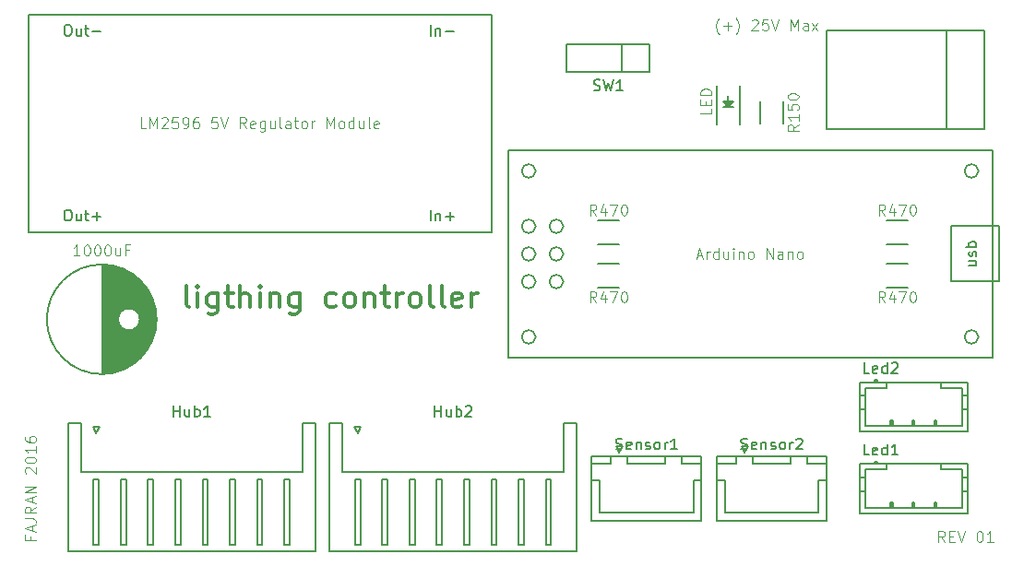
<source format=gbr>
G04 #@! TF.FileFunction,Legend,Top*
%FSLAX46Y46*%
G04 Gerber Fmt 4.6, Leading zero omitted, Abs format (unit mm)*
G04 Created by KiCad (PCBNEW 4.0.3+e1-6302~38~ubuntu15.04.1-stable) date Wed Oct  5 22:25:40 2016*
%MOMM*%
%LPD*%
G01*
G04 APERTURE LIST*
%ADD10C,0.100000*%
%ADD11C,0.300000*%
%ADD12C,0.150000*%
G04 APERTURE END LIST*
D10*
X95166667Y-33833333D02*
X95119047Y-33785714D01*
X95023809Y-33642857D01*
X94976190Y-33547619D01*
X94928571Y-33404762D01*
X94880952Y-33166667D01*
X94880952Y-32976190D01*
X94928571Y-32738095D01*
X94976190Y-32595238D01*
X95023809Y-32500000D01*
X95119047Y-32357143D01*
X95166667Y-32309524D01*
X95547619Y-33071429D02*
X96309524Y-33071429D01*
X95928572Y-33452381D02*
X95928572Y-32690476D01*
X96690476Y-33833333D02*
X96738095Y-33785714D01*
X96833333Y-33642857D01*
X96880952Y-33547619D01*
X96928571Y-33404762D01*
X96976190Y-33166667D01*
X96976190Y-32976190D01*
X96928571Y-32738095D01*
X96880952Y-32595238D01*
X96833333Y-32500000D01*
X96738095Y-32357143D01*
X96690476Y-32309524D01*
X98166667Y-32547619D02*
X98214286Y-32500000D01*
X98309524Y-32452381D01*
X98547620Y-32452381D01*
X98642858Y-32500000D01*
X98690477Y-32547619D01*
X98738096Y-32642857D01*
X98738096Y-32738095D01*
X98690477Y-32880952D01*
X98119048Y-33452381D01*
X98738096Y-33452381D01*
X99642858Y-32452381D02*
X99166667Y-32452381D01*
X99119048Y-32928571D01*
X99166667Y-32880952D01*
X99261905Y-32833333D01*
X99500001Y-32833333D01*
X99595239Y-32880952D01*
X99642858Y-32928571D01*
X99690477Y-33023810D01*
X99690477Y-33261905D01*
X99642858Y-33357143D01*
X99595239Y-33404762D01*
X99500001Y-33452381D01*
X99261905Y-33452381D01*
X99166667Y-33404762D01*
X99119048Y-33357143D01*
X99976191Y-32452381D02*
X100309524Y-33452381D01*
X100642858Y-32452381D01*
X101738096Y-33452381D02*
X101738096Y-32452381D01*
X102071430Y-33166667D01*
X102404763Y-32452381D01*
X102404763Y-33452381D01*
X103309525Y-33452381D02*
X103309525Y-32928571D01*
X103261906Y-32833333D01*
X103166668Y-32785714D01*
X102976191Y-32785714D01*
X102880953Y-32833333D01*
X103309525Y-33404762D02*
X103214287Y-33452381D01*
X102976191Y-33452381D01*
X102880953Y-33404762D01*
X102833334Y-33309524D01*
X102833334Y-33214286D01*
X102880953Y-33119048D01*
X102976191Y-33071429D01*
X103214287Y-33071429D01*
X103309525Y-33023810D01*
X103690477Y-33452381D02*
X104214287Y-32785714D01*
X103690477Y-32785714D02*
X104214287Y-33452381D01*
X42571427Y-42452381D02*
X42095236Y-42452381D01*
X42095236Y-41452381D01*
X42904760Y-42452381D02*
X42904760Y-41452381D01*
X43238094Y-42166667D01*
X43571427Y-41452381D01*
X43571427Y-42452381D01*
X43999998Y-41547619D02*
X44047617Y-41500000D01*
X44142855Y-41452381D01*
X44380951Y-41452381D01*
X44476189Y-41500000D01*
X44523808Y-41547619D01*
X44571427Y-41642857D01*
X44571427Y-41738095D01*
X44523808Y-41880952D01*
X43952379Y-42452381D01*
X44571427Y-42452381D01*
X45476189Y-41452381D02*
X44999998Y-41452381D01*
X44952379Y-41928571D01*
X44999998Y-41880952D01*
X45095236Y-41833333D01*
X45333332Y-41833333D01*
X45428570Y-41880952D01*
X45476189Y-41928571D01*
X45523808Y-42023810D01*
X45523808Y-42261905D01*
X45476189Y-42357143D01*
X45428570Y-42404762D01*
X45333332Y-42452381D01*
X45095236Y-42452381D01*
X44999998Y-42404762D01*
X44952379Y-42357143D01*
X45999998Y-42452381D02*
X46190474Y-42452381D01*
X46285713Y-42404762D01*
X46333332Y-42357143D01*
X46428570Y-42214286D01*
X46476189Y-42023810D01*
X46476189Y-41642857D01*
X46428570Y-41547619D01*
X46380951Y-41500000D01*
X46285713Y-41452381D01*
X46095236Y-41452381D01*
X45999998Y-41500000D01*
X45952379Y-41547619D01*
X45904760Y-41642857D01*
X45904760Y-41880952D01*
X45952379Y-41976190D01*
X45999998Y-42023810D01*
X46095236Y-42071429D01*
X46285713Y-42071429D01*
X46380951Y-42023810D01*
X46428570Y-41976190D01*
X46476189Y-41880952D01*
X47333332Y-41452381D02*
X47142855Y-41452381D01*
X47047617Y-41500000D01*
X46999998Y-41547619D01*
X46904760Y-41690476D01*
X46857141Y-41880952D01*
X46857141Y-42261905D01*
X46904760Y-42357143D01*
X46952379Y-42404762D01*
X47047617Y-42452381D01*
X47238094Y-42452381D01*
X47333332Y-42404762D01*
X47380951Y-42357143D01*
X47428570Y-42261905D01*
X47428570Y-42023810D01*
X47380951Y-41928571D01*
X47333332Y-41880952D01*
X47238094Y-41833333D01*
X47047617Y-41833333D01*
X46952379Y-41880952D01*
X46904760Y-41928571D01*
X46857141Y-42023810D01*
X49095237Y-41452381D02*
X48619046Y-41452381D01*
X48571427Y-41928571D01*
X48619046Y-41880952D01*
X48714284Y-41833333D01*
X48952380Y-41833333D01*
X49047618Y-41880952D01*
X49095237Y-41928571D01*
X49142856Y-42023810D01*
X49142856Y-42261905D01*
X49095237Y-42357143D01*
X49047618Y-42404762D01*
X48952380Y-42452381D01*
X48714284Y-42452381D01*
X48619046Y-42404762D01*
X48571427Y-42357143D01*
X49428570Y-41452381D02*
X49761903Y-42452381D01*
X50095237Y-41452381D01*
X51761904Y-42452381D02*
X51428570Y-41976190D01*
X51190475Y-42452381D02*
X51190475Y-41452381D01*
X51571428Y-41452381D01*
X51666666Y-41500000D01*
X51714285Y-41547619D01*
X51761904Y-41642857D01*
X51761904Y-41785714D01*
X51714285Y-41880952D01*
X51666666Y-41928571D01*
X51571428Y-41976190D01*
X51190475Y-41976190D01*
X52571428Y-42404762D02*
X52476190Y-42452381D01*
X52285713Y-42452381D01*
X52190475Y-42404762D01*
X52142856Y-42309524D01*
X52142856Y-41928571D01*
X52190475Y-41833333D01*
X52285713Y-41785714D01*
X52476190Y-41785714D01*
X52571428Y-41833333D01*
X52619047Y-41928571D01*
X52619047Y-42023810D01*
X52142856Y-42119048D01*
X53476190Y-41785714D02*
X53476190Y-42595238D01*
X53428571Y-42690476D01*
X53380952Y-42738095D01*
X53285713Y-42785714D01*
X53142856Y-42785714D01*
X53047618Y-42738095D01*
X53476190Y-42404762D02*
X53380952Y-42452381D01*
X53190475Y-42452381D01*
X53095237Y-42404762D01*
X53047618Y-42357143D01*
X52999999Y-42261905D01*
X52999999Y-41976190D01*
X53047618Y-41880952D01*
X53095237Y-41833333D01*
X53190475Y-41785714D01*
X53380952Y-41785714D01*
X53476190Y-41833333D01*
X54380952Y-41785714D02*
X54380952Y-42452381D01*
X53952380Y-41785714D02*
X53952380Y-42309524D01*
X53999999Y-42404762D01*
X54095237Y-42452381D01*
X54238095Y-42452381D01*
X54333333Y-42404762D01*
X54380952Y-42357143D01*
X54999999Y-42452381D02*
X54904761Y-42404762D01*
X54857142Y-42309524D01*
X54857142Y-41452381D01*
X55809524Y-42452381D02*
X55809524Y-41928571D01*
X55761905Y-41833333D01*
X55666667Y-41785714D01*
X55476190Y-41785714D01*
X55380952Y-41833333D01*
X55809524Y-42404762D02*
X55714286Y-42452381D01*
X55476190Y-42452381D01*
X55380952Y-42404762D01*
X55333333Y-42309524D01*
X55333333Y-42214286D01*
X55380952Y-42119048D01*
X55476190Y-42071429D01*
X55714286Y-42071429D01*
X55809524Y-42023810D01*
X56142857Y-41785714D02*
X56523809Y-41785714D01*
X56285714Y-41452381D02*
X56285714Y-42309524D01*
X56333333Y-42404762D01*
X56428571Y-42452381D01*
X56523809Y-42452381D01*
X57000000Y-42452381D02*
X56904762Y-42404762D01*
X56857143Y-42357143D01*
X56809524Y-42261905D01*
X56809524Y-41976190D01*
X56857143Y-41880952D01*
X56904762Y-41833333D01*
X57000000Y-41785714D01*
X57142858Y-41785714D01*
X57238096Y-41833333D01*
X57285715Y-41880952D01*
X57333334Y-41976190D01*
X57333334Y-42261905D01*
X57285715Y-42357143D01*
X57238096Y-42404762D01*
X57142858Y-42452381D01*
X57000000Y-42452381D01*
X57761905Y-42452381D02*
X57761905Y-41785714D01*
X57761905Y-41976190D02*
X57809524Y-41880952D01*
X57857143Y-41833333D01*
X57952381Y-41785714D01*
X58047620Y-41785714D01*
X59142858Y-42452381D02*
X59142858Y-41452381D01*
X59476192Y-42166667D01*
X59809525Y-41452381D01*
X59809525Y-42452381D01*
X60428572Y-42452381D02*
X60333334Y-42404762D01*
X60285715Y-42357143D01*
X60238096Y-42261905D01*
X60238096Y-41976190D01*
X60285715Y-41880952D01*
X60333334Y-41833333D01*
X60428572Y-41785714D01*
X60571430Y-41785714D01*
X60666668Y-41833333D01*
X60714287Y-41880952D01*
X60761906Y-41976190D01*
X60761906Y-42261905D01*
X60714287Y-42357143D01*
X60666668Y-42404762D01*
X60571430Y-42452381D01*
X60428572Y-42452381D01*
X61619049Y-42452381D02*
X61619049Y-41452381D01*
X61619049Y-42404762D02*
X61523811Y-42452381D01*
X61333334Y-42452381D01*
X61238096Y-42404762D01*
X61190477Y-42357143D01*
X61142858Y-42261905D01*
X61142858Y-41976190D01*
X61190477Y-41880952D01*
X61238096Y-41833333D01*
X61333334Y-41785714D01*
X61523811Y-41785714D01*
X61619049Y-41833333D01*
X62523811Y-41785714D02*
X62523811Y-42452381D01*
X62095239Y-41785714D02*
X62095239Y-42309524D01*
X62142858Y-42404762D01*
X62238096Y-42452381D01*
X62380954Y-42452381D01*
X62476192Y-42404762D01*
X62523811Y-42357143D01*
X63142858Y-42452381D02*
X63047620Y-42404762D01*
X63000001Y-42309524D01*
X63000001Y-41452381D01*
X63904764Y-42404762D02*
X63809526Y-42452381D01*
X63619049Y-42452381D01*
X63523811Y-42404762D01*
X63476192Y-42309524D01*
X63476192Y-41928571D01*
X63523811Y-41833333D01*
X63619049Y-41785714D01*
X63809526Y-41785714D01*
X63904764Y-41833333D01*
X63952383Y-41928571D01*
X63952383Y-42023810D01*
X63476192Y-42119048D01*
X115880952Y-80452381D02*
X115547618Y-79976190D01*
X115309523Y-80452381D02*
X115309523Y-79452381D01*
X115690476Y-79452381D01*
X115785714Y-79500000D01*
X115833333Y-79547619D01*
X115880952Y-79642857D01*
X115880952Y-79785714D01*
X115833333Y-79880952D01*
X115785714Y-79928571D01*
X115690476Y-79976190D01*
X115309523Y-79976190D01*
X116309523Y-79928571D02*
X116642857Y-79928571D01*
X116785714Y-80452381D02*
X116309523Y-80452381D01*
X116309523Y-79452381D01*
X116785714Y-79452381D01*
X117071428Y-79452381D02*
X117404761Y-80452381D01*
X117738095Y-79452381D01*
X119023809Y-79452381D02*
X119119048Y-79452381D01*
X119214286Y-79500000D01*
X119261905Y-79547619D01*
X119309524Y-79642857D01*
X119357143Y-79833333D01*
X119357143Y-80071429D01*
X119309524Y-80261905D01*
X119261905Y-80357143D01*
X119214286Y-80404762D01*
X119119048Y-80452381D01*
X119023809Y-80452381D01*
X118928571Y-80404762D01*
X118880952Y-80357143D01*
X118833333Y-80261905D01*
X118785714Y-80071429D01*
X118785714Y-79833333D01*
X118833333Y-79642857D01*
X118880952Y-79547619D01*
X118928571Y-79500000D01*
X119023809Y-79452381D01*
X120309524Y-80452381D02*
X119738095Y-80452381D01*
X120023809Y-80452381D02*
X120023809Y-79452381D01*
X119928571Y-79595238D01*
X119833333Y-79690476D01*
X119738095Y-79738095D01*
X31928571Y-79928571D02*
X31928571Y-80261905D01*
X32452381Y-80261905D02*
X31452381Y-80261905D01*
X31452381Y-79785714D01*
X32166667Y-79452381D02*
X32166667Y-78976190D01*
X32452381Y-79547619D02*
X31452381Y-79214286D01*
X32452381Y-78880952D01*
X31452381Y-78261904D02*
X32166667Y-78261904D01*
X32309524Y-78309524D01*
X32404762Y-78404762D01*
X32452381Y-78547619D01*
X32452381Y-78642857D01*
X32452381Y-77214285D02*
X31976190Y-77547619D01*
X32452381Y-77785714D02*
X31452381Y-77785714D01*
X31452381Y-77404761D01*
X31500000Y-77309523D01*
X31547619Y-77261904D01*
X31642857Y-77214285D01*
X31785714Y-77214285D01*
X31880952Y-77261904D01*
X31928571Y-77309523D01*
X31976190Y-77404761D01*
X31976190Y-77785714D01*
X32166667Y-76833333D02*
X32166667Y-76357142D01*
X32452381Y-76928571D02*
X31452381Y-76595238D01*
X32452381Y-76261904D01*
X32452381Y-75928571D02*
X31452381Y-75928571D01*
X32452381Y-75357142D01*
X31452381Y-75357142D01*
X31547619Y-74166666D02*
X31500000Y-74119047D01*
X31452381Y-74023809D01*
X31452381Y-73785713D01*
X31500000Y-73690475D01*
X31547619Y-73642856D01*
X31642857Y-73595237D01*
X31738095Y-73595237D01*
X31880952Y-73642856D01*
X32452381Y-74214285D01*
X32452381Y-73595237D01*
X31452381Y-72976190D02*
X31452381Y-72880951D01*
X31500000Y-72785713D01*
X31547619Y-72738094D01*
X31642857Y-72690475D01*
X31833333Y-72642856D01*
X32071429Y-72642856D01*
X32261905Y-72690475D01*
X32357143Y-72738094D01*
X32404762Y-72785713D01*
X32452381Y-72880951D01*
X32452381Y-72976190D01*
X32404762Y-73071428D01*
X32357143Y-73119047D01*
X32261905Y-73166666D01*
X32071429Y-73214285D01*
X31833333Y-73214285D01*
X31642857Y-73166666D01*
X31547619Y-73119047D01*
X31500000Y-73071428D01*
X31452381Y-72976190D01*
X32452381Y-71690475D02*
X32452381Y-72261904D01*
X32452381Y-71976190D02*
X31452381Y-71976190D01*
X31595238Y-72071428D01*
X31690476Y-72166666D01*
X31738095Y-72261904D01*
X31452381Y-70833332D02*
X31452381Y-71023809D01*
X31500000Y-71119047D01*
X31547619Y-71166666D01*
X31690476Y-71261904D01*
X31880952Y-71309523D01*
X32261905Y-71309523D01*
X32357143Y-71261904D01*
X32404762Y-71214285D01*
X32452381Y-71119047D01*
X32452381Y-70928570D01*
X32404762Y-70833332D01*
X32357143Y-70785713D01*
X32261905Y-70738094D01*
X32023810Y-70738094D01*
X31928571Y-70785713D01*
X31880952Y-70833332D01*
X31833333Y-70928570D01*
X31833333Y-71119047D01*
X31880952Y-71214285D01*
X31928571Y-71261904D01*
X32023810Y-71309523D01*
D11*
X46547619Y-58904762D02*
X46357143Y-58809524D01*
X46261904Y-58619048D01*
X46261904Y-56904762D01*
X47309523Y-58904762D02*
X47309523Y-57571429D01*
X47309523Y-56904762D02*
X47214285Y-57000000D01*
X47309523Y-57095238D01*
X47404762Y-57000000D01*
X47309523Y-56904762D01*
X47309523Y-57095238D01*
X49119047Y-57571429D02*
X49119047Y-59190476D01*
X49023809Y-59380952D01*
X48928571Y-59476190D01*
X48738095Y-59571429D01*
X48452381Y-59571429D01*
X48261904Y-59476190D01*
X49119047Y-58809524D02*
X48928571Y-58904762D01*
X48547619Y-58904762D01*
X48357143Y-58809524D01*
X48261904Y-58714286D01*
X48166666Y-58523810D01*
X48166666Y-57952381D01*
X48261904Y-57761905D01*
X48357143Y-57666667D01*
X48547619Y-57571429D01*
X48928571Y-57571429D01*
X49119047Y-57666667D01*
X49785714Y-57571429D02*
X50547619Y-57571429D01*
X50071428Y-56904762D02*
X50071428Y-58619048D01*
X50166667Y-58809524D01*
X50357143Y-58904762D01*
X50547619Y-58904762D01*
X51214285Y-58904762D02*
X51214285Y-56904762D01*
X52071428Y-58904762D02*
X52071428Y-57857143D01*
X51976190Y-57666667D01*
X51785714Y-57571429D01*
X51500000Y-57571429D01*
X51309524Y-57666667D01*
X51214285Y-57761905D01*
X53023809Y-58904762D02*
X53023809Y-57571429D01*
X53023809Y-56904762D02*
X52928571Y-57000000D01*
X53023809Y-57095238D01*
X53119048Y-57000000D01*
X53023809Y-56904762D01*
X53023809Y-57095238D01*
X53976190Y-57571429D02*
X53976190Y-58904762D01*
X53976190Y-57761905D02*
X54071429Y-57666667D01*
X54261905Y-57571429D01*
X54547619Y-57571429D01*
X54738095Y-57666667D01*
X54833333Y-57857143D01*
X54833333Y-58904762D01*
X56642857Y-57571429D02*
X56642857Y-59190476D01*
X56547619Y-59380952D01*
X56452381Y-59476190D01*
X56261905Y-59571429D01*
X55976191Y-59571429D01*
X55785714Y-59476190D01*
X56642857Y-58809524D02*
X56452381Y-58904762D01*
X56071429Y-58904762D01*
X55880953Y-58809524D01*
X55785714Y-58714286D01*
X55690476Y-58523810D01*
X55690476Y-57952381D01*
X55785714Y-57761905D01*
X55880953Y-57666667D01*
X56071429Y-57571429D01*
X56452381Y-57571429D01*
X56642857Y-57666667D01*
X59976191Y-58809524D02*
X59785715Y-58904762D01*
X59404763Y-58904762D01*
X59214287Y-58809524D01*
X59119048Y-58714286D01*
X59023810Y-58523810D01*
X59023810Y-57952381D01*
X59119048Y-57761905D01*
X59214287Y-57666667D01*
X59404763Y-57571429D01*
X59785715Y-57571429D01*
X59976191Y-57666667D01*
X61119049Y-58904762D02*
X60928573Y-58809524D01*
X60833334Y-58714286D01*
X60738096Y-58523810D01*
X60738096Y-57952381D01*
X60833334Y-57761905D01*
X60928573Y-57666667D01*
X61119049Y-57571429D01*
X61404763Y-57571429D01*
X61595239Y-57666667D01*
X61690477Y-57761905D01*
X61785715Y-57952381D01*
X61785715Y-58523810D01*
X61690477Y-58714286D01*
X61595239Y-58809524D01*
X61404763Y-58904762D01*
X61119049Y-58904762D01*
X62642858Y-57571429D02*
X62642858Y-58904762D01*
X62642858Y-57761905D02*
X62738097Y-57666667D01*
X62928573Y-57571429D01*
X63214287Y-57571429D01*
X63404763Y-57666667D01*
X63500001Y-57857143D01*
X63500001Y-58904762D01*
X64166668Y-57571429D02*
X64928573Y-57571429D01*
X64452382Y-56904762D02*
X64452382Y-58619048D01*
X64547621Y-58809524D01*
X64738097Y-58904762D01*
X64928573Y-58904762D01*
X65595239Y-58904762D02*
X65595239Y-57571429D01*
X65595239Y-57952381D02*
X65690478Y-57761905D01*
X65785716Y-57666667D01*
X65976192Y-57571429D01*
X66166668Y-57571429D01*
X67119049Y-58904762D02*
X66928573Y-58809524D01*
X66833334Y-58714286D01*
X66738096Y-58523810D01*
X66738096Y-57952381D01*
X66833334Y-57761905D01*
X66928573Y-57666667D01*
X67119049Y-57571429D01*
X67404763Y-57571429D01*
X67595239Y-57666667D01*
X67690477Y-57761905D01*
X67785715Y-57952381D01*
X67785715Y-58523810D01*
X67690477Y-58714286D01*
X67595239Y-58809524D01*
X67404763Y-58904762D01*
X67119049Y-58904762D01*
X68928573Y-58904762D02*
X68738097Y-58809524D01*
X68642858Y-58619048D01*
X68642858Y-56904762D01*
X69976192Y-58904762D02*
X69785716Y-58809524D01*
X69690477Y-58619048D01*
X69690477Y-56904762D01*
X71500001Y-58809524D02*
X71309525Y-58904762D01*
X70928573Y-58904762D01*
X70738096Y-58809524D01*
X70642858Y-58619048D01*
X70642858Y-57857143D01*
X70738096Y-57666667D01*
X70928573Y-57571429D01*
X71309525Y-57571429D01*
X71500001Y-57666667D01*
X71595239Y-57857143D01*
X71595239Y-58047619D01*
X70642858Y-58238095D01*
X72452382Y-58904762D02*
X72452382Y-57571429D01*
X72452382Y-57952381D02*
X72547621Y-57761905D01*
X72642859Y-57666667D01*
X72833335Y-57571429D01*
X73023811Y-57571429D01*
D12*
X75775000Y-63525000D02*
X75775000Y-44475000D01*
X75775000Y-44475000D02*
X120225000Y-44475000D01*
X120225000Y-44475000D02*
X120225000Y-63525000D01*
X120225000Y-63525000D02*
X75775000Y-63525000D01*
X118955000Y-61620000D02*
G75*
G03X118955000Y-61620000I-635000J0D01*
G01*
X118955000Y-46380000D02*
G75*
G03X118955000Y-46380000I-635000J0D01*
G01*
X78315000Y-61620000D02*
G75*
G03X78315000Y-61620000I-635000J0D01*
G01*
X78315000Y-46380000D02*
G75*
G03X78315000Y-46380000I-635000J0D01*
G01*
X78315000Y-56540000D02*
G75*
G03X78315000Y-56540000I-635000J0D01*
G01*
X80855000Y-56540000D02*
G75*
G03X80855000Y-56540000I-635000J0D01*
G01*
X80855000Y-51460000D02*
G75*
G03X80855000Y-51460000I-635000J0D01*
G01*
X78315000Y-51460000D02*
G75*
G03X78315000Y-51460000I-635000J0D01*
G01*
X78315000Y-54000000D02*
G75*
G03X78315000Y-54000000I-635000J0D01*
G01*
X80855000Y-54000000D02*
G75*
G03X80855000Y-54000000I-635000J0D01*
G01*
X116415000Y-51460000D02*
X116415000Y-56540000D01*
X120860000Y-56540000D02*
X120860000Y-51460000D01*
X120860000Y-56540000D02*
X116415000Y-56540000D01*
X116415000Y-51460000D02*
X120860000Y-51460000D01*
X38575000Y-55001000D02*
X38575000Y-64999000D01*
X38715000Y-55005000D02*
X38715000Y-64995000D01*
X38855000Y-55013000D02*
X38855000Y-64987000D01*
X38995000Y-55025000D02*
X38995000Y-64975000D01*
X39135000Y-55040000D02*
X39135000Y-64960000D01*
X39275000Y-55060000D02*
X39275000Y-64940000D01*
X39415000Y-55084000D02*
X39415000Y-64916000D01*
X39555000Y-55113000D02*
X39555000Y-64887000D01*
X39695000Y-55145000D02*
X39695000Y-64855000D01*
X39835000Y-55182000D02*
X39835000Y-64818000D01*
X39975000Y-55223000D02*
X39975000Y-64777000D01*
X40115000Y-55268000D02*
X40115000Y-59534000D01*
X40115000Y-60466000D02*
X40115000Y-64732000D01*
X40255000Y-55318000D02*
X40255000Y-59333000D01*
X40255000Y-60667000D02*
X40255000Y-64682000D01*
X40395000Y-55373000D02*
X40395000Y-59204000D01*
X40395000Y-60796000D02*
X40395000Y-64627000D01*
X40535000Y-55433000D02*
X40535000Y-59115000D01*
X40535000Y-60885000D02*
X40535000Y-64567000D01*
X40675000Y-55498000D02*
X40675000Y-59054000D01*
X40675000Y-60946000D02*
X40675000Y-64502000D01*
X40815000Y-55568000D02*
X40815000Y-59017000D01*
X40815000Y-60983000D02*
X40815000Y-64432000D01*
X40955000Y-55644000D02*
X40955000Y-59001000D01*
X40955000Y-60999000D02*
X40955000Y-64356000D01*
X41095000Y-55726000D02*
X41095000Y-59005000D01*
X41095000Y-60995000D02*
X41095000Y-64274000D01*
X41235000Y-55814000D02*
X41235000Y-59028000D01*
X41235000Y-60972000D02*
X41235000Y-64186000D01*
X41375000Y-55909000D02*
X41375000Y-59073000D01*
X41375000Y-60927000D02*
X41375000Y-64091000D01*
X41515000Y-56011000D02*
X41515000Y-59143000D01*
X41515000Y-60857000D02*
X41515000Y-63989000D01*
X41655000Y-56121000D02*
X41655000Y-59244000D01*
X41655000Y-60756000D02*
X41655000Y-63879000D01*
X41795000Y-56239000D02*
X41795000Y-59393000D01*
X41795000Y-60607000D02*
X41795000Y-63761000D01*
X41935000Y-56367000D02*
X41935000Y-59645000D01*
X41935000Y-60355000D02*
X41935000Y-63633000D01*
X42075000Y-56504000D02*
X42075000Y-63496000D01*
X42215000Y-56654000D02*
X42215000Y-63346000D01*
X42355000Y-56816000D02*
X42355000Y-63184000D01*
X42495000Y-56993000D02*
X42495000Y-63007000D01*
X42635000Y-57189000D02*
X42635000Y-62811000D01*
X42775000Y-57407000D02*
X42775000Y-62593000D01*
X42915000Y-57653000D02*
X42915000Y-62347000D01*
X43055000Y-57938000D02*
X43055000Y-62062000D01*
X43195000Y-58280000D02*
X43195000Y-61720000D01*
X43335000Y-58726000D02*
X43335000Y-61274000D01*
X43475000Y-59501000D02*
X43475000Y-60499000D01*
X42000000Y-60000000D02*
G75*
G03X42000000Y-60000000I-1000000J0D01*
G01*
X43537500Y-60000000D02*
G75*
G03X43537500Y-60000000I-5037500J0D01*
G01*
X97050000Y-42150000D02*
X97050000Y-38550000D01*
X94950000Y-42150000D02*
X94950000Y-38550000D01*
X95700000Y-40100000D02*
X96300000Y-40100000D01*
X96300000Y-40100000D02*
X96000000Y-40400000D01*
X96000000Y-40400000D02*
X95800000Y-40200000D01*
X95800000Y-40200000D02*
X96050000Y-40200000D01*
X96050000Y-40200000D02*
X96000000Y-40250000D01*
X95500000Y-40500000D02*
X96500000Y-40500000D01*
X96000000Y-40000000D02*
X96000000Y-39500000D01*
X96000000Y-40500000D02*
X95500000Y-40000000D01*
X95500000Y-40000000D02*
X96500000Y-40000000D01*
X96500000Y-40000000D02*
X96000000Y-40500000D01*
X46750000Y-81350000D02*
X35400000Y-81350000D01*
X35400000Y-81350000D02*
X35400000Y-69550000D01*
X35400000Y-69550000D02*
X36600000Y-69550000D01*
X36600000Y-69550000D02*
X36600000Y-74050000D01*
X36600000Y-74050000D02*
X46750000Y-74050000D01*
X46750000Y-81350000D02*
X58100000Y-81350000D01*
X58100000Y-81350000D02*
X58100000Y-69550000D01*
X58100000Y-69550000D02*
X56900000Y-69550000D01*
X56900000Y-69550000D02*
X56900000Y-74050000D01*
X56900000Y-74050000D02*
X46750000Y-74050000D01*
X37750000Y-74700000D02*
X37750000Y-80700000D01*
X37750000Y-80700000D02*
X38250000Y-80700000D01*
X38250000Y-80700000D02*
X38250000Y-74700000D01*
X38250000Y-74700000D02*
X37750000Y-74700000D01*
X40250000Y-74700000D02*
X40250000Y-80700000D01*
X40250000Y-80700000D02*
X40750000Y-80700000D01*
X40750000Y-80700000D02*
X40750000Y-74700000D01*
X40750000Y-74700000D02*
X40250000Y-74700000D01*
X42750000Y-74700000D02*
X42750000Y-80700000D01*
X42750000Y-80700000D02*
X43250000Y-80700000D01*
X43250000Y-80700000D02*
X43250000Y-74700000D01*
X43250000Y-74700000D02*
X42750000Y-74700000D01*
X45250000Y-74700000D02*
X45250000Y-80700000D01*
X45250000Y-80700000D02*
X45750000Y-80700000D01*
X45750000Y-80700000D02*
X45750000Y-74700000D01*
X45750000Y-74700000D02*
X45250000Y-74700000D01*
X47750000Y-74700000D02*
X47750000Y-80700000D01*
X47750000Y-80700000D02*
X48250000Y-80700000D01*
X48250000Y-80700000D02*
X48250000Y-74700000D01*
X48250000Y-74700000D02*
X47750000Y-74700000D01*
X50250000Y-74700000D02*
X50250000Y-80700000D01*
X50250000Y-80700000D02*
X50750000Y-80700000D01*
X50750000Y-80700000D02*
X50750000Y-74700000D01*
X50750000Y-74700000D02*
X50250000Y-74700000D01*
X52750000Y-74700000D02*
X52750000Y-80700000D01*
X52750000Y-80700000D02*
X53250000Y-80700000D01*
X53250000Y-80700000D02*
X53250000Y-74700000D01*
X53250000Y-74700000D02*
X52750000Y-74700000D01*
X55250000Y-74700000D02*
X55250000Y-80700000D01*
X55250000Y-80700000D02*
X55750000Y-80700000D01*
X55750000Y-80700000D02*
X55750000Y-74700000D01*
X55750000Y-74700000D02*
X55250000Y-74700000D01*
X38000000Y-70500000D02*
X37700000Y-69900000D01*
X37700000Y-69900000D02*
X38300000Y-69900000D01*
X38300000Y-69900000D02*
X38000000Y-70500000D01*
X70750000Y-81350000D02*
X59400000Y-81350000D01*
X59400000Y-81350000D02*
X59400000Y-69550000D01*
X59400000Y-69550000D02*
X60600000Y-69550000D01*
X60600000Y-69550000D02*
X60600000Y-74050000D01*
X60600000Y-74050000D02*
X70750000Y-74050000D01*
X70750000Y-81350000D02*
X82100000Y-81350000D01*
X82100000Y-81350000D02*
X82100000Y-69550000D01*
X82100000Y-69550000D02*
X80900000Y-69550000D01*
X80900000Y-69550000D02*
X80900000Y-74050000D01*
X80900000Y-74050000D02*
X70750000Y-74050000D01*
X61750000Y-74700000D02*
X61750000Y-80700000D01*
X61750000Y-80700000D02*
X62250000Y-80700000D01*
X62250000Y-80700000D02*
X62250000Y-74700000D01*
X62250000Y-74700000D02*
X61750000Y-74700000D01*
X64250000Y-74700000D02*
X64250000Y-80700000D01*
X64250000Y-80700000D02*
X64750000Y-80700000D01*
X64750000Y-80700000D02*
X64750000Y-74700000D01*
X64750000Y-74700000D02*
X64250000Y-74700000D01*
X66750000Y-74700000D02*
X66750000Y-80700000D01*
X66750000Y-80700000D02*
X67250000Y-80700000D01*
X67250000Y-80700000D02*
X67250000Y-74700000D01*
X67250000Y-74700000D02*
X66750000Y-74700000D01*
X69250000Y-74700000D02*
X69250000Y-80700000D01*
X69250000Y-80700000D02*
X69750000Y-80700000D01*
X69750000Y-80700000D02*
X69750000Y-74700000D01*
X69750000Y-74700000D02*
X69250000Y-74700000D01*
X71750000Y-74700000D02*
X71750000Y-80700000D01*
X71750000Y-80700000D02*
X72250000Y-80700000D01*
X72250000Y-80700000D02*
X72250000Y-74700000D01*
X72250000Y-74700000D02*
X71750000Y-74700000D01*
X74250000Y-74700000D02*
X74250000Y-80700000D01*
X74250000Y-80700000D02*
X74750000Y-80700000D01*
X74750000Y-80700000D02*
X74750000Y-74700000D01*
X74750000Y-74700000D02*
X74250000Y-74700000D01*
X76750000Y-74700000D02*
X76750000Y-80700000D01*
X76750000Y-80700000D02*
X77250000Y-80700000D01*
X77250000Y-80700000D02*
X77250000Y-74700000D01*
X77250000Y-74700000D02*
X76750000Y-74700000D01*
X79250000Y-74700000D02*
X79250000Y-80700000D01*
X79250000Y-80700000D02*
X79750000Y-80700000D01*
X79750000Y-80700000D02*
X79750000Y-74700000D01*
X79750000Y-74700000D02*
X79250000Y-74700000D01*
X62000000Y-70500000D02*
X61700000Y-69900000D01*
X61700000Y-69900000D02*
X62300000Y-69900000D01*
X62300000Y-69900000D02*
X62000000Y-70500000D01*
X108050000Y-77800000D02*
X108050000Y-73300000D01*
X108050000Y-73300000D02*
X117950000Y-73300000D01*
X117950000Y-73300000D02*
X117950000Y-77800000D01*
X117950000Y-77800000D02*
X108050000Y-77800000D01*
X110500000Y-73300000D02*
X110500000Y-73800000D01*
X110500000Y-73800000D02*
X108550000Y-73800000D01*
X108550000Y-73800000D02*
X108550000Y-77300000D01*
X108550000Y-77300000D02*
X117450000Y-77300000D01*
X117450000Y-77300000D02*
X117450000Y-73800000D01*
X117450000Y-73800000D02*
X115500000Y-73800000D01*
X115500000Y-73800000D02*
X115500000Y-73300000D01*
X108050000Y-74500000D02*
X108550000Y-74500000D01*
X108050000Y-75800000D02*
X108550000Y-75800000D01*
X117450000Y-74500000D02*
X117950000Y-74500000D01*
X117450000Y-75800000D02*
X117950000Y-75800000D01*
X109700000Y-73300000D02*
X109700000Y-73100000D01*
X109700000Y-73100000D02*
X109400000Y-73100000D01*
X109400000Y-73100000D02*
X109400000Y-73300000D01*
X109700000Y-73200000D02*
X109400000Y-73200000D01*
X110900000Y-77300000D02*
X110900000Y-76800000D01*
X110900000Y-76800000D02*
X111100000Y-76800000D01*
X111100000Y-76800000D02*
X111100000Y-77300000D01*
X111000000Y-77300000D02*
X111000000Y-76800000D01*
X112900000Y-77300000D02*
X112900000Y-76800000D01*
X112900000Y-76800000D02*
X113100000Y-76800000D01*
X113100000Y-76800000D02*
X113100000Y-77300000D01*
X113000000Y-77300000D02*
X113000000Y-76800000D01*
X114900000Y-77300000D02*
X114900000Y-76800000D01*
X114900000Y-76800000D02*
X115100000Y-76800000D01*
X115100000Y-76800000D02*
X115100000Y-77300000D01*
X115000000Y-77300000D02*
X115000000Y-76800000D01*
X108050000Y-70300000D02*
X108050000Y-65800000D01*
X108050000Y-65800000D02*
X117950000Y-65800000D01*
X117950000Y-65800000D02*
X117950000Y-70300000D01*
X117950000Y-70300000D02*
X108050000Y-70300000D01*
X110500000Y-65800000D02*
X110500000Y-66300000D01*
X110500000Y-66300000D02*
X108550000Y-66300000D01*
X108550000Y-66300000D02*
X108550000Y-69800000D01*
X108550000Y-69800000D02*
X117450000Y-69800000D01*
X117450000Y-69800000D02*
X117450000Y-66300000D01*
X117450000Y-66300000D02*
X115500000Y-66300000D01*
X115500000Y-66300000D02*
X115500000Y-65800000D01*
X108050000Y-67000000D02*
X108550000Y-67000000D01*
X108050000Y-68300000D02*
X108550000Y-68300000D01*
X117450000Y-67000000D02*
X117950000Y-67000000D01*
X117450000Y-68300000D02*
X117950000Y-68300000D01*
X109700000Y-65800000D02*
X109700000Y-65600000D01*
X109700000Y-65600000D02*
X109400000Y-65600000D01*
X109400000Y-65600000D02*
X109400000Y-65800000D01*
X109700000Y-65700000D02*
X109400000Y-65700000D01*
X110900000Y-69800000D02*
X110900000Y-69300000D01*
X110900000Y-69300000D02*
X111100000Y-69300000D01*
X111100000Y-69300000D02*
X111100000Y-69800000D01*
X111000000Y-69800000D02*
X111000000Y-69300000D01*
X112900000Y-69800000D02*
X112900000Y-69300000D01*
X112900000Y-69300000D02*
X113100000Y-69300000D01*
X113100000Y-69300000D02*
X113100000Y-69800000D01*
X113000000Y-69800000D02*
X113000000Y-69300000D01*
X114900000Y-69800000D02*
X114900000Y-69300000D01*
X114900000Y-69300000D02*
X115100000Y-69300000D01*
X115100000Y-69300000D02*
X115100000Y-69800000D01*
X115000000Y-69800000D02*
X115000000Y-69300000D01*
X74250000Y-52000000D02*
X74250000Y-32000000D01*
X74250000Y-32000000D02*
X31750000Y-32000000D01*
X31750000Y-32000000D02*
X31750000Y-52000000D01*
X74250000Y-52000000D02*
X31750000Y-52000000D01*
X116000500Y-42500880D02*
X116000500Y-33499120D01*
X119500620Y-42500880D02*
X119500620Y-33499120D01*
X119500620Y-33499120D02*
X104999760Y-33499120D01*
X104999760Y-33499120D02*
X104999760Y-42500880D01*
X104999760Y-42500880D02*
X119500620Y-42500880D01*
X84000000Y-50925000D02*
X86000000Y-50925000D01*
X86000000Y-53075000D02*
X84000000Y-53075000D01*
X84000000Y-54925000D02*
X86000000Y-54925000D01*
X86000000Y-57075000D02*
X84000000Y-57075000D01*
X112500000Y-53075000D02*
X110500000Y-53075000D01*
X110500000Y-50925000D02*
X112500000Y-50925000D01*
X112500000Y-57075000D02*
X110500000Y-57075000D01*
X110500000Y-54925000D02*
X112500000Y-54925000D01*
X98925000Y-42000000D02*
X98925000Y-40000000D01*
X101075000Y-40000000D02*
X101075000Y-42000000D01*
X83450000Y-72550000D02*
X83450000Y-78500000D01*
X83450000Y-78500000D02*
X93550000Y-78500000D01*
X93550000Y-78500000D02*
X93550000Y-72550000D01*
X93550000Y-72550000D02*
X83450000Y-72550000D01*
X86750000Y-72550000D02*
X86750000Y-73300000D01*
X86750000Y-73300000D02*
X90250000Y-73300000D01*
X90250000Y-73300000D02*
X90250000Y-72550000D01*
X90250000Y-72550000D02*
X86750000Y-72550000D01*
X83450000Y-72550000D02*
X83450000Y-73300000D01*
X83450000Y-73300000D02*
X85250000Y-73300000D01*
X85250000Y-73300000D02*
X85250000Y-72550000D01*
X85250000Y-72550000D02*
X83450000Y-72550000D01*
X91750000Y-72550000D02*
X91750000Y-73300000D01*
X91750000Y-73300000D02*
X93550000Y-73300000D01*
X93550000Y-73300000D02*
X93550000Y-72550000D01*
X93550000Y-72550000D02*
X91750000Y-72550000D01*
X83450000Y-74800000D02*
X84200000Y-74800000D01*
X84200000Y-74800000D02*
X84200000Y-77750000D01*
X84200000Y-77750000D02*
X88500000Y-77750000D01*
X93550000Y-74800000D02*
X92800000Y-74800000D01*
X92800000Y-74800000D02*
X92800000Y-77750000D01*
X92800000Y-77750000D02*
X88500000Y-77750000D01*
X86000000Y-72250000D02*
X85700000Y-71650000D01*
X85700000Y-71650000D02*
X86300000Y-71650000D01*
X86300000Y-71650000D02*
X86000000Y-72250000D01*
X94950000Y-72550000D02*
X94950000Y-78500000D01*
X94950000Y-78500000D02*
X105050000Y-78500000D01*
X105050000Y-78500000D02*
X105050000Y-72550000D01*
X105050000Y-72550000D02*
X94950000Y-72550000D01*
X98250000Y-72550000D02*
X98250000Y-73300000D01*
X98250000Y-73300000D02*
X101750000Y-73300000D01*
X101750000Y-73300000D02*
X101750000Y-72550000D01*
X101750000Y-72550000D02*
X98250000Y-72550000D01*
X94950000Y-72550000D02*
X94950000Y-73300000D01*
X94950000Y-73300000D02*
X96750000Y-73300000D01*
X96750000Y-73300000D02*
X96750000Y-72550000D01*
X96750000Y-72550000D02*
X94950000Y-72550000D01*
X103250000Y-72550000D02*
X103250000Y-73300000D01*
X103250000Y-73300000D02*
X105050000Y-73300000D01*
X105050000Y-73300000D02*
X105050000Y-72550000D01*
X105050000Y-72550000D02*
X103250000Y-72550000D01*
X94950000Y-74800000D02*
X95700000Y-74800000D01*
X95700000Y-74800000D02*
X95700000Y-77750000D01*
X95700000Y-77750000D02*
X100000000Y-77750000D01*
X105050000Y-74800000D02*
X104300000Y-74800000D01*
X104300000Y-74800000D02*
X104300000Y-77750000D01*
X104300000Y-77750000D02*
X100000000Y-77750000D01*
X97500000Y-72250000D02*
X97200000Y-71650000D01*
X97200000Y-71650000D02*
X97800000Y-71650000D01*
X97800000Y-71650000D02*
X97500000Y-72250000D01*
X88810000Y-34730000D02*
X88810000Y-37270000D01*
X88810000Y-37270000D02*
X81190000Y-37270000D01*
X81190000Y-37270000D02*
X81190000Y-34730000D01*
X81190000Y-34730000D02*
X88810000Y-34730000D01*
X86270000Y-37270000D02*
X86270000Y-34730000D01*
D10*
X93142857Y-54166667D02*
X93619048Y-54166667D01*
X93047619Y-54452381D02*
X93380952Y-53452381D01*
X93714286Y-54452381D01*
X94047619Y-54452381D02*
X94047619Y-53785714D01*
X94047619Y-53976190D02*
X94095238Y-53880952D01*
X94142857Y-53833333D01*
X94238095Y-53785714D01*
X94333334Y-53785714D01*
X95095239Y-54452381D02*
X95095239Y-53452381D01*
X95095239Y-54404762D02*
X95000001Y-54452381D01*
X94809524Y-54452381D01*
X94714286Y-54404762D01*
X94666667Y-54357143D01*
X94619048Y-54261905D01*
X94619048Y-53976190D01*
X94666667Y-53880952D01*
X94714286Y-53833333D01*
X94809524Y-53785714D01*
X95000001Y-53785714D01*
X95095239Y-53833333D01*
X96000001Y-53785714D02*
X96000001Y-54452381D01*
X95571429Y-53785714D02*
X95571429Y-54309524D01*
X95619048Y-54404762D01*
X95714286Y-54452381D01*
X95857144Y-54452381D01*
X95952382Y-54404762D01*
X96000001Y-54357143D01*
X96476191Y-54452381D02*
X96476191Y-53785714D01*
X96476191Y-53452381D02*
X96428572Y-53500000D01*
X96476191Y-53547619D01*
X96523810Y-53500000D01*
X96476191Y-53452381D01*
X96476191Y-53547619D01*
X96952381Y-53785714D02*
X96952381Y-54452381D01*
X96952381Y-53880952D02*
X97000000Y-53833333D01*
X97095238Y-53785714D01*
X97238096Y-53785714D01*
X97333334Y-53833333D01*
X97380953Y-53928571D01*
X97380953Y-54452381D01*
X98000000Y-54452381D02*
X97904762Y-54404762D01*
X97857143Y-54357143D01*
X97809524Y-54261905D01*
X97809524Y-53976190D01*
X97857143Y-53880952D01*
X97904762Y-53833333D01*
X98000000Y-53785714D01*
X98142858Y-53785714D01*
X98238096Y-53833333D01*
X98285715Y-53880952D01*
X98333334Y-53976190D01*
X98333334Y-54261905D01*
X98285715Y-54357143D01*
X98238096Y-54404762D01*
X98142858Y-54452381D01*
X98000000Y-54452381D01*
X99523810Y-54452381D02*
X99523810Y-53452381D01*
X100095239Y-54452381D01*
X100095239Y-53452381D01*
X101000001Y-54452381D02*
X101000001Y-53928571D01*
X100952382Y-53833333D01*
X100857144Y-53785714D01*
X100666667Y-53785714D01*
X100571429Y-53833333D01*
X101000001Y-54404762D02*
X100904763Y-54452381D01*
X100666667Y-54452381D01*
X100571429Y-54404762D01*
X100523810Y-54309524D01*
X100523810Y-54214286D01*
X100571429Y-54119048D01*
X100666667Y-54071429D01*
X100904763Y-54071429D01*
X101000001Y-54023810D01*
X101476191Y-53785714D02*
X101476191Y-54452381D01*
X101476191Y-53880952D02*
X101523810Y-53833333D01*
X101619048Y-53785714D01*
X101761906Y-53785714D01*
X101857144Y-53833333D01*
X101904763Y-53928571D01*
X101904763Y-54452381D01*
X102523810Y-54452381D02*
X102428572Y-54404762D01*
X102380953Y-54357143D01*
X102333334Y-54261905D01*
X102333334Y-53976190D01*
X102380953Y-53880952D01*
X102428572Y-53833333D01*
X102523810Y-53785714D01*
X102666668Y-53785714D01*
X102761906Y-53833333D01*
X102809525Y-53880952D01*
X102857144Y-53976190D01*
X102857144Y-54261905D01*
X102809525Y-54357143D01*
X102761906Y-54404762D01*
X102666668Y-54452381D01*
X102523810Y-54452381D01*
D12*
X118105714Y-54642857D02*
X118772381Y-54642857D01*
X118105714Y-55071429D02*
X118629524Y-55071429D01*
X118724762Y-55023810D01*
X118772381Y-54928572D01*
X118772381Y-54785714D01*
X118724762Y-54690476D01*
X118677143Y-54642857D01*
X118724762Y-54214286D02*
X118772381Y-54119048D01*
X118772381Y-53928572D01*
X118724762Y-53833333D01*
X118629524Y-53785714D01*
X118581905Y-53785714D01*
X118486667Y-53833333D01*
X118439048Y-53928572D01*
X118439048Y-54071429D01*
X118391429Y-54166667D01*
X118296190Y-54214286D01*
X118248571Y-54214286D01*
X118153333Y-54166667D01*
X118105714Y-54071429D01*
X118105714Y-53928572D01*
X118153333Y-53833333D01*
X118772381Y-53357143D02*
X117772381Y-53357143D01*
X118153333Y-53357143D02*
X118105714Y-53261905D01*
X118105714Y-53071428D01*
X118153333Y-52976190D01*
X118200952Y-52928571D01*
X118296190Y-52880952D01*
X118581905Y-52880952D01*
X118677143Y-52928571D01*
X118724762Y-52976190D01*
X118772381Y-53071428D01*
X118772381Y-53261905D01*
X118724762Y-53357143D01*
D10*
X36476191Y-54152381D02*
X35904762Y-54152381D01*
X36190476Y-54152381D02*
X36190476Y-53152381D01*
X36095238Y-53295238D01*
X36000000Y-53390476D01*
X35904762Y-53438095D01*
X37095238Y-53152381D02*
X37190477Y-53152381D01*
X37285715Y-53200000D01*
X37333334Y-53247619D01*
X37380953Y-53342857D01*
X37428572Y-53533333D01*
X37428572Y-53771429D01*
X37380953Y-53961905D01*
X37333334Y-54057143D01*
X37285715Y-54104762D01*
X37190477Y-54152381D01*
X37095238Y-54152381D01*
X37000000Y-54104762D01*
X36952381Y-54057143D01*
X36904762Y-53961905D01*
X36857143Y-53771429D01*
X36857143Y-53533333D01*
X36904762Y-53342857D01*
X36952381Y-53247619D01*
X37000000Y-53200000D01*
X37095238Y-53152381D01*
X38047619Y-53152381D02*
X38142858Y-53152381D01*
X38238096Y-53200000D01*
X38285715Y-53247619D01*
X38333334Y-53342857D01*
X38380953Y-53533333D01*
X38380953Y-53771429D01*
X38333334Y-53961905D01*
X38285715Y-54057143D01*
X38238096Y-54104762D01*
X38142858Y-54152381D01*
X38047619Y-54152381D01*
X37952381Y-54104762D01*
X37904762Y-54057143D01*
X37857143Y-53961905D01*
X37809524Y-53771429D01*
X37809524Y-53533333D01*
X37857143Y-53342857D01*
X37904762Y-53247619D01*
X37952381Y-53200000D01*
X38047619Y-53152381D01*
X39000000Y-53152381D02*
X39095239Y-53152381D01*
X39190477Y-53200000D01*
X39238096Y-53247619D01*
X39285715Y-53342857D01*
X39333334Y-53533333D01*
X39333334Y-53771429D01*
X39285715Y-53961905D01*
X39238096Y-54057143D01*
X39190477Y-54104762D01*
X39095239Y-54152381D01*
X39000000Y-54152381D01*
X38904762Y-54104762D01*
X38857143Y-54057143D01*
X38809524Y-53961905D01*
X38761905Y-53771429D01*
X38761905Y-53533333D01*
X38809524Y-53342857D01*
X38857143Y-53247619D01*
X38904762Y-53200000D01*
X39000000Y-53152381D01*
X40190477Y-53485714D02*
X40190477Y-54152381D01*
X39761905Y-53485714D02*
X39761905Y-54009524D01*
X39809524Y-54104762D01*
X39904762Y-54152381D01*
X40047620Y-54152381D01*
X40142858Y-54104762D01*
X40190477Y-54057143D01*
X41000001Y-53628571D02*
X40666667Y-53628571D01*
X40666667Y-54152381D02*
X40666667Y-53152381D01*
X41142858Y-53152381D01*
X94452381Y-40642857D02*
X94452381Y-41119048D01*
X93452381Y-41119048D01*
X93928571Y-40309524D02*
X93928571Y-39976190D01*
X94452381Y-39833333D02*
X94452381Y-40309524D01*
X93452381Y-40309524D01*
X93452381Y-39833333D01*
X94452381Y-39404762D02*
X93452381Y-39404762D01*
X93452381Y-39166667D01*
X93500000Y-39023809D01*
X93595238Y-38928571D01*
X93690476Y-38880952D01*
X93880952Y-38833333D01*
X94023810Y-38833333D01*
X94214286Y-38880952D01*
X94309524Y-38928571D01*
X94404762Y-39023809D01*
X94452381Y-39166667D01*
X94452381Y-39404762D01*
D12*
X45083333Y-68952381D02*
X45083333Y-67952381D01*
X45083333Y-68428571D02*
X45654762Y-68428571D01*
X45654762Y-68952381D02*
X45654762Y-67952381D01*
X46559524Y-68285714D02*
X46559524Y-68952381D01*
X46130952Y-68285714D02*
X46130952Y-68809524D01*
X46178571Y-68904762D01*
X46273809Y-68952381D01*
X46416667Y-68952381D01*
X46511905Y-68904762D01*
X46559524Y-68857143D01*
X47035714Y-68952381D02*
X47035714Y-67952381D01*
X47035714Y-68333333D02*
X47130952Y-68285714D01*
X47321429Y-68285714D01*
X47416667Y-68333333D01*
X47464286Y-68380952D01*
X47511905Y-68476190D01*
X47511905Y-68761905D01*
X47464286Y-68857143D01*
X47416667Y-68904762D01*
X47321429Y-68952381D01*
X47130952Y-68952381D01*
X47035714Y-68904762D01*
X48464286Y-68952381D02*
X47892857Y-68952381D01*
X48178571Y-68952381D02*
X48178571Y-67952381D01*
X48083333Y-68095238D01*
X47988095Y-68190476D01*
X47892857Y-68238095D01*
X69083333Y-68952381D02*
X69083333Y-67952381D01*
X69083333Y-68428571D02*
X69654762Y-68428571D01*
X69654762Y-68952381D02*
X69654762Y-67952381D01*
X70559524Y-68285714D02*
X70559524Y-68952381D01*
X70130952Y-68285714D02*
X70130952Y-68809524D01*
X70178571Y-68904762D01*
X70273809Y-68952381D01*
X70416667Y-68952381D01*
X70511905Y-68904762D01*
X70559524Y-68857143D01*
X71035714Y-68952381D02*
X71035714Y-67952381D01*
X71035714Y-68333333D02*
X71130952Y-68285714D01*
X71321429Y-68285714D01*
X71416667Y-68333333D01*
X71464286Y-68380952D01*
X71511905Y-68476190D01*
X71511905Y-68761905D01*
X71464286Y-68857143D01*
X71416667Y-68904762D01*
X71321429Y-68952381D01*
X71130952Y-68952381D01*
X71035714Y-68904762D01*
X71892857Y-68047619D02*
X71940476Y-68000000D01*
X72035714Y-67952381D01*
X72273810Y-67952381D01*
X72369048Y-68000000D01*
X72416667Y-68047619D01*
X72464286Y-68142857D01*
X72464286Y-68238095D01*
X72416667Y-68380952D01*
X71845238Y-68952381D01*
X72464286Y-68952381D01*
X108952381Y-72452381D02*
X108476190Y-72452381D01*
X108476190Y-71452381D01*
X109666667Y-72404762D02*
X109571429Y-72452381D01*
X109380952Y-72452381D01*
X109285714Y-72404762D01*
X109238095Y-72309524D01*
X109238095Y-71928571D01*
X109285714Y-71833333D01*
X109380952Y-71785714D01*
X109571429Y-71785714D01*
X109666667Y-71833333D01*
X109714286Y-71928571D01*
X109714286Y-72023810D01*
X109238095Y-72119048D01*
X110571429Y-72452381D02*
X110571429Y-71452381D01*
X110571429Y-72404762D02*
X110476191Y-72452381D01*
X110285714Y-72452381D01*
X110190476Y-72404762D01*
X110142857Y-72357143D01*
X110095238Y-72261905D01*
X110095238Y-71976190D01*
X110142857Y-71880952D01*
X110190476Y-71833333D01*
X110285714Y-71785714D01*
X110476191Y-71785714D01*
X110571429Y-71833333D01*
X111571429Y-72452381D02*
X111000000Y-72452381D01*
X111285714Y-72452381D02*
X111285714Y-71452381D01*
X111190476Y-71595238D01*
X111095238Y-71690476D01*
X111000000Y-71738095D01*
X108952381Y-64952381D02*
X108476190Y-64952381D01*
X108476190Y-63952381D01*
X109666667Y-64904762D02*
X109571429Y-64952381D01*
X109380952Y-64952381D01*
X109285714Y-64904762D01*
X109238095Y-64809524D01*
X109238095Y-64428571D01*
X109285714Y-64333333D01*
X109380952Y-64285714D01*
X109571429Y-64285714D01*
X109666667Y-64333333D01*
X109714286Y-64428571D01*
X109714286Y-64523810D01*
X109238095Y-64619048D01*
X110571429Y-64952381D02*
X110571429Y-63952381D01*
X110571429Y-64904762D02*
X110476191Y-64952381D01*
X110285714Y-64952381D01*
X110190476Y-64904762D01*
X110142857Y-64857143D01*
X110095238Y-64761905D01*
X110095238Y-64476190D01*
X110142857Y-64380952D01*
X110190476Y-64333333D01*
X110285714Y-64285714D01*
X110476191Y-64285714D01*
X110571429Y-64333333D01*
X111000000Y-64047619D02*
X111047619Y-64000000D01*
X111142857Y-63952381D01*
X111380953Y-63952381D01*
X111476191Y-64000000D01*
X111523810Y-64047619D01*
X111571429Y-64142857D01*
X111571429Y-64238095D01*
X111523810Y-64380952D01*
X110952381Y-64952381D01*
X111571429Y-64952381D01*
X35297619Y-32952381D02*
X35488096Y-32952381D01*
X35583334Y-33000000D01*
X35678572Y-33095238D01*
X35726191Y-33285714D01*
X35726191Y-33619048D01*
X35678572Y-33809524D01*
X35583334Y-33904762D01*
X35488096Y-33952381D01*
X35297619Y-33952381D01*
X35202381Y-33904762D01*
X35107143Y-33809524D01*
X35059524Y-33619048D01*
X35059524Y-33285714D01*
X35107143Y-33095238D01*
X35202381Y-33000000D01*
X35297619Y-32952381D01*
X36583334Y-33285714D02*
X36583334Y-33952381D01*
X36154762Y-33285714D02*
X36154762Y-33809524D01*
X36202381Y-33904762D01*
X36297619Y-33952381D01*
X36440477Y-33952381D01*
X36535715Y-33904762D01*
X36583334Y-33857143D01*
X36916667Y-33285714D02*
X37297619Y-33285714D01*
X37059524Y-32952381D02*
X37059524Y-33809524D01*
X37107143Y-33904762D01*
X37202381Y-33952381D01*
X37297619Y-33952381D01*
X37630953Y-33571429D02*
X38392858Y-33571429D01*
X35297619Y-49952381D02*
X35488096Y-49952381D01*
X35583334Y-50000000D01*
X35678572Y-50095238D01*
X35726191Y-50285714D01*
X35726191Y-50619048D01*
X35678572Y-50809524D01*
X35583334Y-50904762D01*
X35488096Y-50952381D01*
X35297619Y-50952381D01*
X35202381Y-50904762D01*
X35107143Y-50809524D01*
X35059524Y-50619048D01*
X35059524Y-50285714D01*
X35107143Y-50095238D01*
X35202381Y-50000000D01*
X35297619Y-49952381D01*
X36583334Y-50285714D02*
X36583334Y-50952381D01*
X36154762Y-50285714D02*
X36154762Y-50809524D01*
X36202381Y-50904762D01*
X36297619Y-50952381D01*
X36440477Y-50952381D01*
X36535715Y-50904762D01*
X36583334Y-50857143D01*
X36916667Y-50285714D02*
X37297619Y-50285714D01*
X37059524Y-49952381D02*
X37059524Y-50809524D01*
X37107143Y-50904762D01*
X37202381Y-50952381D01*
X37297619Y-50952381D01*
X37630953Y-50571429D02*
X38392858Y-50571429D01*
X38011906Y-50952381D02*
X38011906Y-50190476D01*
X68678572Y-33952381D02*
X68678572Y-32952381D01*
X69154762Y-33285714D02*
X69154762Y-33952381D01*
X69154762Y-33380952D02*
X69202381Y-33333333D01*
X69297619Y-33285714D01*
X69440477Y-33285714D01*
X69535715Y-33333333D01*
X69583334Y-33428571D01*
X69583334Y-33952381D01*
X70059524Y-33571429D02*
X70821429Y-33571429D01*
X68678572Y-50952381D02*
X68678572Y-49952381D01*
X69154762Y-50285714D02*
X69154762Y-50952381D01*
X69154762Y-50380952D02*
X69202381Y-50333333D01*
X69297619Y-50285714D01*
X69440477Y-50285714D01*
X69535715Y-50333333D01*
X69583334Y-50428571D01*
X69583334Y-50952381D01*
X70059524Y-50571429D02*
X70821429Y-50571429D01*
X70440477Y-50952381D02*
X70440477Y-50190476D01*
D10*
X83880953Y-50452381D02*
X83547619Y-49976190D01*
X83309524Y-50452381D02*
X83309524Y-49452381D01*
X83690477Y-49452381D01*
X83785715Y-49500000D01*
X83833334Y-49547619D01*
X83880953Y-49642857D01*
X83880953Y-49785714D01*
X83833334Y-49880952D01*
X83785715Y-49928571D01*
X83690477Y-49976190D01*
X83309524Y-49976190D01*
X84738096Y-49785714D02*
X84738096Y-50452381D01*
X84500000Y-49404762D02*
X84261905Y-50119048D01*
X84880953Y-50119048D01*
X85166667Y-49452381D02*
X85833334Y-49452381D01*
X85404762Y-50452381D01*
X86404762Y-49452381D02*
X86500001Y-49452381D01*
X86595239Y-49500000D01*
X86642858Y-49547619D01*
X86690477Y-49642857D01*
X86738096Y-49833333D01*
X86738096Y-50071429D01*
X86690477Y-50261905D01*
X86642858Y-50357143D01*
X86595239Y-50404762D01*
X86500001Y-50452381D01*
X86404762Y-50452381D01*
X86309524Y-50404762D01*
X86261905Y-50357143D01*
X86214286Y-50261905D01*
X86166667Y-50071429D01*
X86166667Y-49833333D01*
X86214286Y-49642857D01*
X86261905Y-49547619D01*
X86309524Y-49500000D01*
X86404762Y-49452381D01*
X83880953Y-58452381D02*
X83547619Y-57976190D01*
X83309524Y-58452381D02*
X83309524Y-57452381D01*
X83690477Y-57452381D01*
X83785715Y-57500000D01*
X83833334Y-57547619D01*
X83880953Y-57642857D01*
X83880953Y-57785714D01*
X83833334Y-57880952D01*
X83785715Y-57928571D01*
X83690477Y-57976190D01*
X83309524Y-57976190D01*
X84738096Y-57785714D02*
X84738096Y-58452381D01*
X84500000Y-57404762D02*
X84261905Y-58119048D01*
X84880953Y-58119048D01*
X85166667Y-57452381D02*
X85833334Y-57452381D01*
X85404762Y-58452381D01*
X86404762Y-57452381D02*
X86500001Y-57452381D01*
X86595239Y-57500000D01*
X86642858Y-57547619D01*
X86690477Y-57642857D01*
X86738096Y-57833333D01*
X86738096Y-58071429D01*
X86690477Y-58261905D01*
X86642858Y-58357143D01*
X86595239Y-58404762D01*
X86500001Y-58452381D01*
X86404762Y-58452381D01*
X86309524Y-58404762D01*
X86261905Y-58357143D01*
X86214286Y-58261905D01*
X86166667Y-58071429D01*
X86166667Y-57833333D01*
X86214286Y-57642857D01*
X86261905Y-57547619D01*
X86309524Y-57500000D01*
X86404762Y-57452381D01*
X110380953Y-50452381D02*
X110047619Y-49976190D01*
X109809524Y-50452381D02*
X109809524Y-49452381D01*
X110190477Y-49452381D01*
X110285715Y-49500000D01*
X110333334Y-49547619D01*
X110380953Y-49642857D01*
X110380953Y-49785714D01*
X110333334Y-49880952D01*
X110285715Y-49928571D01*
X110190477Y-49976190D01*
X109809524Y-49976190D01*
X111238096Y-49785714D02*
X111238096Y-50452381D01*
X111000000Y-49404762D02*
X110761905Y-50119048D01*
X111380953Y-50119048D01*
X111666667Y-49452381D02*
X112333334Y-49452381D01*
X111904762Y-50452381D01*
X112904762Y-49452381D02*
X113000001Y-49452381D01*
X113095239Y-49500000D01*
X113142858Y-49547619D01*
X113190477Y-49642857D01*
X113238096Y-49833333D01*
X113238096Y-50071429D01*
X113190477Y-50261905D01*
X113142858Y-50357143D01*
X113095239Y-50404762D01*
X113000001Y-50452381D01*
X112904762Y-50452381D01*
X112809524Y-50404762D01*
X112761905Y-50357143D01*
X112714286Y-50261905D01*
X112666667Y-50071429D01*
X112666667Y-49833333D01*
X112714286Y-49642857D01*
X112761905Y-49547619D01*
X112809524Y-49500000D01*
X112904762Y-49452381D01*
X110380953Y-58452381D02*
X110047619Y-57976190D01*
X109809524Y-58452381D02*
X109809524Y-57452381D01*
X110190477Y-57452381D01*
X110285715Y-57500000D01*
X110333334Y-57547619D01*
X110380953Y-57642857D01*
X110380953Y-57785714D01*
X110333334Y-57880952D01*
X110285715Y-57928571D01*
X110190477Y-57976190D01*
X109809524Y-57976190D01*
X111238096Y-57785714D02*
X111238096Y-58452381D01*
X111000000Y-57404762D02*
X110761905Y-58119048D01*
X111380953Y-58119048D01*
X111666667Y-57452381D02*
X112333334Y-57452381D01*
X111904762Y-58452381D01*
X112904762Y-57452381D02*
X113000001Y-57452381D01*
X113095239Y-57500000D01*
X113142858Y-57547619D01*
X113190477Y-57642857D01*
X113238096Y-57833333D01*
X113238096Y-58071429D01*
X113190477Y-58261905D01*
X113142858Y-58357143D01*
X113095239Y-58404762D01*
X113000001Y-58452381D01*
X112904762Y-58452381D01*
X112809524Y-58404762D01*
X112761905Y-58357143D01*
X112714286Y-58261905D01*
X112666667Y-58071429D01*
X112666667Y-57833333D01*
X112714286Y-57642857D01*
X112761905Y-57547619D01*
X112809524Y-57500000D01*
X112904762Y-57452381D01*
X102452381Y-42119047D02*
X101976190Y-42452381D01*
X102452381Y-42690476D02*
X101452381Y-42690476D01*
X101452381Y-42309523D01*
X101500000Y-42214285D01*
X101547619Y-42166666D01*
X101642857Y-42119047D01*
X101785714Y-42119047D01*
X101880952Y-42166666D01*
X101928571Y-42214285D01*
X101976190Y-42309523D01*
X101976190Y-42690476D01*
X102452381Y-41166666D02*
X102452381Y-41738095D01*
X102452381Y-41452381D02*
X101452381Y-41452381D01*
X101595238Y-41547619D01*
X101690476Y-41642857D01*
X101738095Y-41738095D01*
X101452381Y-40261904D02*
X101452381Y-40738095D01*
X101928571Y-40785714D01*
X101880952Y-40738095D01*
X101833333Y-40642857D01*
X101833333Y-40404761D01*
X101880952Y-40309523D01*
X101928571Y-40261904D01*
X102023810Y-40214285D01*
X102261905Y-40214285D01*
X102357143Y-40261904D01*
X102404762Y-40309523D01*
X102452381Y-40404761D01*
X102452381Y-40642857D01*
X102404762Y-40738095D01*
X102357143Y-40785714D01*
X101452381Y-39595238D02*
X101452381Y-39499999D01*
X101500000Y-39404761D01*
X101547619Y-39357142D01*
X101642857Y-39309523D01*
X101833333Y-39261904D01*
X102071429Y-39261904D01*
X102261905Y-39309523D01*
X102357143Y-39357142D01*
X102404762Y-39404761D01*
X102452381Y-39499999D01*
X102452381Y-39595238D01*
X102404762Y-39690476D01*
X102357143Y-39738095D01*
X102261905Y-39785714D01*
X102071429Y-39833333D01*
X101833333Y-39833333D01*
X101642857Y-39785714D01*
X101547619Y-39738095D01*
X101500000Y-39690476D01*
X101452381Y-39595238D01*
D12*
X85690476Y-71904762D02*
X85833333Y-71952381D01*
X86071429Y-71952381D01*
X86166667Y-71904762D01*
X86214286Y-71857143D01*
X86261905Y-71761905D01*
X86261905Y-71666667D01*
X86214286Y-71571429D01*
X86166667Y-71523810D01*
X86071429Y-71476190D01*
X85880952Y-71428571D01*
X85785714Y-71380952D01*
X85738095Y-71333333D01*
X85690476Y-71238095D01*
X85690476Y-71142857D01*
X85738095Y-71047619D01*
X85785714Y-71000000D01*
X85880952Y-70952381D01*
X86119048Y-70952381D01*
X86261905Y-71000000D01*
X87071429Y-71904762D02*
X86976191Y-71952381D01*
X86785714Y-71952381D01*
X86690476Y-71904762D01*
X86642857Y-71809524D01*
X86642857Y-71428571D01*
X86690476Y-71333333D01*
X86785714Y-71285714D01*
X86976191Y-71285714D01*
X87071429Y-71333333D01*
X87119048Y-71428571D01*
X87119048Y-71523810D01*
X86642857Y-71619048D01*
X87547619Y-71285714D02*
X87547619Y-71952381D01*
X87547619Y-71380952D02*
X87595238Y-71333333D01*
X87690476Y-71285714D01*
X87833334Y-71285714D01*
X87928572Y-71333333D01*
X87976191Y-71428571D01*
X87976191Y-71952381D01*
X88404762Y-71904762D02*
X88500000Y-71952381D01*
X88690476Y-71952381D01*
X88785715Y-71904762D01*
X88833334Y-71809524D01*
X88833334Y-71761905D01*
X88785715Y-71666667D01*
X88690476Y-71619048D01*
X88547619Y-71619048D01*
X88452381Y-71571429D01*
X88404762Y-71476190D01*
X88404762Y-71428571D01*
X88452381Y-71333333D01*
X88547619Y-71285714D01*
X88690476Y-71285714D01*
X88785715Y-71333333D01*
X89404762Y-71952381D02*
X89309524Y-71904762D01*
X89261905Y-71857143D01*
X89214286Y-71761905D01*
X89214286Y-71476190D01*
X89261905Y-71380952D01*
X89309524Y-71333333D01*
X89404762Y-71285714D01*
X89547620Y-71285714D01*
X89642858Y-71333333D01*
X89690477Y-71380952D01*
X89738096Y-71476190D01*
X89738096Y-71761905D01*
X89690477Y-71857143D01*
X89642858Y-71904762D01*
X89547620Y-71952381D01*
X89404762Y-71952381D01*
X90166667Y-71952381D02*
X90166667Y-71285714D01*
X90166667Y-71476190D02*
X90214286Y-71380952D01*
X90261905Y-71333333D01*
X90357143Y-71285714D01*
X90452382Y-71285714D01*
X91309525Y-71952381D02*
X90738096Y-71952381D01*
X91023810Y-71952381D02*
X91023810Y-70952381D01*
X90928572Y-71095238D01*
X90833334Y-71190476D01*
X90738096Y-71238095D01*
X97190476Y-71904762D02*
X97333333Y-71952381D01*
X97571429Y-71952381D01*
X97666667Y-71904762D01*
X97714286Y-71857143D01*
X97761905Y-71761905D01*
X97761905Y-71666667D01*
X97714286Y-71571429D01*
X97666667Y-71523810D01*
X97571429Y-71476190D01*
X97380952Y-71428571D01*
X97285714Y-71380952D01*
X97238095Y-71333333D01*
X97190476Y-71238095D01*
X97190476Y-71142857D01*
X97238095Y-71047619D01*
X97285714Y-71000000D01*
X97380952Y-70952381D01*
X97619048Y-70952381D01*
X97761905Y-71000000D01*
X98571429Y-71904762D02*
X98476191Y-71952381D01*
X98285714Y-71952381D01*
X98190476Y-71904762D01*
X98142857Y-71809524D01*
X98142857Y-71428571D01*
X98190476Y-71333333D01*
X98285714Y-71285714D01*
X98476191Y-71285714D01*
X98571429Y-71333333D01*
X98619048Y-71428571D01*
X98619048Y-71523810D01*
X98142857Y-71619048D01*
X99047619Y-71285714D02*
X99047619Y-71952381D01*
X99047619Y-71380952D02*
X99095238Y-71333333D01*
X99190476Y-71285714D01*
X99333334Y-71285714D01*
X99428572Y-71333333D01*
X99476191Y-71428571D01*
X99476191Y-71952381D01*
X99904762Y-71904762D02*
X100000000Y-71952381D01*
X100190476Y-71952381D01*
X100285715Y-71904762D01*
X100333334Y-71809524D01*
X100333334Y-71761905D01*
X100285715Y-71666667D01*
X100190476Y-71619048D01*
X100047619Y-71619048D01*
X99952381Y-71571429D01*
X99904762Y-71476190D01*
X99904762Y-71428571D01*
X99952381Y-71333333D01*
X100047619Y-71285714D01*
X100190476Y-71285714D01*
X100285715Y-71333333D01*
X100904762Y-71952381D02*
X100809524Y-71904762D01*
X100761905Y-71857143D01*
X100714286Y-71761905D01*
X100714286Y-71476190D01*
X100761905Y-71380952D01*
X100809524Y-71333333D01*
X100904762Y-71285714D01*
X101047620Y-71285714D01*
X101142858Y-71333333D01*
X101190477Y-71380952D01*
X101238096Y-71476190D01*
X101238096Y-71761905D01*
X101190477Y-71857143D01*
X101142858Y-71904762D01*
X101047620Y-71952381D01*
X100904762Y-71952381D01*
X101666667Y-71952381D02*
X101666667Y-71285714D01*
X101666667Y-71476190D02*
X101714286Y-71380952D01*
X101761905Y-71333333D01*
X101857143Y-71285714D01*
X101952382Y-71285714D01*
X102238096Y-71047619D02*
X102285715Y-71000000D01*
X102380953Y-70952381D01*
X102619049Y-70952381D01*
X102714287Y-71000000D01*
X102761906Y-71047619D01*
X102809525Y-71142857D01*
X102809525Y-71238095D01*
X102761906Y-71380952D01*
X102190477Y-71952381D01*
X102809525Y-71952381D01*
X83666667Y-38944762D02*
X83809524Y-38992381D01*
X84047620Y-38992381D01*
X84142858Y-38944762D01*
X84190477Y-38897143D01*
X84238096Y-38801905D01*
X84238096Y-38706667D01*
X84190477Y-38611429D01*
X84142858Y-38563810D01*
X84047620Y-38516190D01*
X83857143Y-38468571D01*
X83761905Y-38420952D01*
X83714286Y-38373333D01*
X83666667Y-38278095D01*
X83666667Y-38182857D01*
X83714286Y-38087619D01*
X83761905Y-38040000D01*
X83857143Y-37992381D01*
X84095239Y-37992381D01*
X84238096Y-38040000D01*
X84571429Y-37992381D02*
X84809524Y-38992381D01*
X85000001Y-38278095D01*
X85190477Y-38992381D01*
X85428572Y-37992381D01*
X86333334Y-38992381D02*
X85761905Y-38992381D01*
X86047619Y-38992381D02*
X86047619Y-37992381D01*
X85952381Y-38135238D01*
X85857143Y-38230476D01*
X85761905Y-38278095D01*
M02*

</source>
